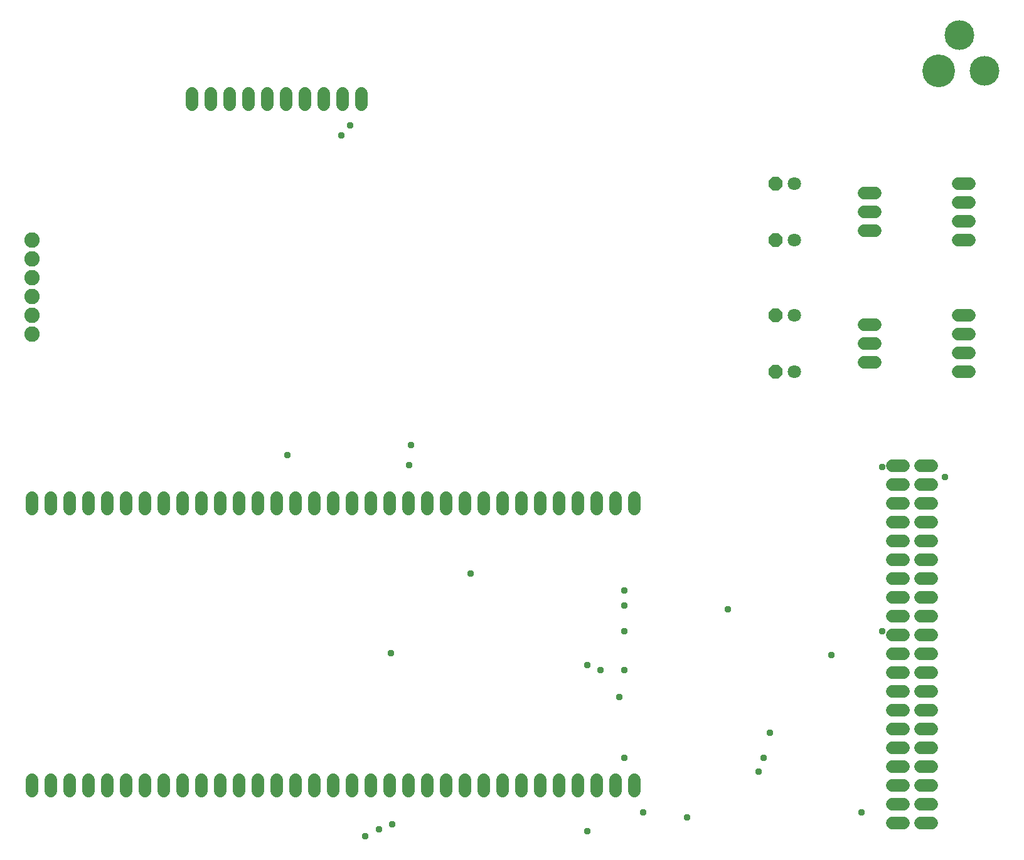
<source format=gbr>
G04 EAGLE Gerber X2 export*
%TF.Part,Single*%
%TF.FileFunction,Soldermask,Bot,1*%
%TF.FilePolarity,Negative*%
%TF.GenerationSoftware,Autodesk,EAGLE,8.6.0*%
%TF.CreationDate,2018-04-17T18:32:18Z*%
G75*
%MOMM*%
%FSLAX34Y34*%
%LPD*%
%AMOC8*
5,1,8,0,0,1.08239X$1,22.5*%
G01*
%ADD10C,2.082800*%
%ADD11C,1.727200*%
%ADD12C,4.419200*%
%ADD13C,4.019200*%
%ADD14P,1.951982X8X202.500000*%
%ADD15C,1.803400*%
%ADD16C,0.959600*%


D10*
X76200Y723900D03*
X76200Y749300D03*
X76200Y774700D03*
X76200Y800100D03*
X76200Y825500D03*
X76200Y850900D03*
D11*
X76200Y121920D02*
X76200Y106680D01*
X101600Y106680D02*
X101600Y121920D01*
X127000Y121920D02*
X127000Y106680D01*
X152400Y106680D02*
X152400Y121920D01*
X177800Y121920D02*
X177800Y106680D01*
X203200Y106680D02*
X203200Y121920D01*
X228600Y121920D02*
X228600Y106680D01*
X254000Y106680D02*
X254000Y121920D01*
X279400Y121920D02*
X279400Y106680D01*
X304800Y106680D02*
X304800Y121920D01*
X330200Y121920D02*
X330200Y106680D01*
X355600Y106680D02*
X355600Y121920D01*
X381000Y121920D02*
X381000Y106680D01*
X406400Y106680D02*
X406400Y121920D01*
X431800Y121920D02*
X431800Y106680D01*
X457200Y106680D02*
X457200Y121920D01*
X482600Y121920D02*
X482600Y106680D01*
X508000Y106680D02*
X508000Y121920D01*
X533400Y121920D02*
X533400Y106680D01*
X558800Y106680D02*
X558800Y121920D01*
X76200Y487680D02*
X76200Y502920D01*
X101600Y502920D02*
X101600Y487680D01*
X127000Y487680D02*
X127000Y502920D01*
X152400Y502920D02*
X152400Y487680D01*
X177800Y487680D02*
X177800Y502920D01*
X203200Y502920D02*
X203200Y487680D01*
X228600Y487680D02*
X228600Y502920D01*
X254000Y502920D02*
X254000Y487680D01*
X279400Y487680D02*
X279400Y502920D01*
X304800Y502920D02*
X304800Y487680D01*
X330200Y487680D02*
X330200Y502920D01*
X355600Y502920D02*
X355600Y487680D01*
X381000Y487680D02*
X381000Y502920D01*
X406400Y502920D02*
X406400Y487680D01*
X431800Y487680D02*
X431800Y502920D01*
X457200Y502920D02*
X457200Y487680D01*
X482600Y487680D02*
X482600Y502920D01*
X508000Y502920D02*
X508000Y487680D01*
X533400Y487680D02*
X533400Y502920D01*
X558800Y502920D02*
X558800Y487680D01*
X584200Y121920D02*
X584200Y106680D01*
X609600Y106680D02*
X609600Y121920D01*
X635000Y121920D02*
X635000Y106680D01*
X660400Y106680D02*
X660400Y121920D01*
X685800Y121920D02*
X685800Y106680D01*
X711200Y106680D02*
X711200Y121920D01*
X736600Y121920D02*
X736600Y106680D01*
X762000Y106680D02*
X762000Y121920D01*
X787400Y121920D02*
X787400Y106680D01*
X812800Y106680D02*
X812800Y121920D01*
X838200Y121920D02*
X838200Y106680D01*
X863600Y106680D02*
X863600Y121920D01*
X889000Y121920D02*
X889000Y106680D01*
X584200Y487680D02*
X584200Y502920D01*
X609600Y502920D02*
X609600Y487680D01*
X635000Y487680D02*
X635000Y502920D01*
X660400Y502920D02*
X660400Y487680D01*
X685800Y487680D02*
X685800Y502920D01*
X711200Y502920D02*
X711200Y487680D01*
X736600Y487680D02*
X736600Y502920D01*
X762000Y502920D02*
X762000Y487680D01*
X787400Y487680D02*
X787400Y502920D01*
X812800Y502920D02*
X812800Y487680D01*
X838200Y487680D02*
X838200Y502920D01*
X863600Y502920D02*
X863600Y487680D01*
X889000Y487680D02*
X889000Y502920D01*
X292100Y1033780D02*
X292100Y1049020D01*
X317500Y1049020D02*
X317500Y1033780D01*
X342900Y1033780D02*
X342900Y1049020D01*
X368300Y1049020D02*
X368300Y1033780D01*
X393700Y1033780D02*
X393700Y1049020D01*
X419100Y1049020D02*
X419100Y1033780D01*
X444500Y1033780D02*
X444500Y1049020D01*
X469900Y1049020D02*
X469900Y1033780D01*
X495300Y1033780D02*
X495300Y1049020D01*
X520700Y1049020D02*
X520700Y1033780D01*
X1236980Y546100D02*
X1252220Y546100D01*
X1252220Y520700D02*
X1236980Y520700D01*
X1236980Y495300D02*
X1252220Y495300D01*
X1252220Y469900D02*
X1236980Y469900D01*
X1236980Y444500D02*
X1252220Y444500D01*
X1252220Y419100D02*
X1236980Y419100D01*
X1236980Y393700D02*
X1252220Y393700D01*
X1252220Y368300D02*
X1236980Y368300D01*
X1236980Y342900D02*
X1252220Y342900D01*
X1252220Y317500D02*
X1236980Y317500D01*
X1236980Y292100D02*
X1252220Y292100D01*
X1252220Y266700D02*
X1236980Y266700D01*
X1236980Y241300D02*
X1252220Y241300D01*
X1252220Y215900D02*
X1236980Y215900D01*
X1236980Y190500D02*
X1252220Y190500D01*
X1252220Y165100D02*
X1236980Y165100D01*
X1236980Y139700D02*
X1252220Y139700D01*
X1252220Y114300D02*
X1236980Y114300D01*
X1236980Y88900D02*
X1252220Y88900D01*
X1252220Y63500D02*
X1236980Y63500D01*
X1275080Y546100D02*
X1290320Y546100D01*
X1290320Y520700D02*
X1275080Y520700D01*
X1275080Y495300D02*
X1290320Y495300D01*
X1290320Y469900D02*
X1275080Y469900D01*
X1275080Y444500D02*
X1290320Y444500D01*
X1290320Y419100D02*
X1275080Y419100D01*
X1275080Y393700D02*
X1290320Y393700D01*
X1290320Y368300D02*
X1275080Y368300D01*
X1275080Y342900D02*
X1290320Y342900D01*
X1290320Y317500D02*
X1275080Y317500D01*
X1275080Y292100D02*
X1290320Y292100D01*
X1290320Y266700D02*
X1275080Y266700D01*
X1275080Y241300D02*
X1290320Y241300D01*
X1290320Y215900D02*
X1275080Y215900D01*
X1275080Y190500D02*
X1290320Y190500D01*
X1290320Y165100D02*
X1275080Y165100D01*
X1275080Y139700D02*
X1290320Y139700D01*
X1290320Y114300D02*
X1275080Y114300D01*
X1275080Y88900D02*
X1290320Y88900D01*
X1290320Y63500D02*
X1275080Y63500D01*
D12*
X1299100Y1079500D03*
D13*
X1361600Y1079500D03*
X1327600Y1127500D03*
D11*
X1325880Y850900D02*
X1341120Y850900D01*
X1341120Y876300D02*
X1325880Y876300D01*
X1325880Y901700D02*
X1341120Y901700D01*
X1341120Y927100D02*
X1325880Y927100D01*
D14*
X1079500Y927100D03*
D15*
X1104900Y927100D03*
D14*
X1079500Y850900D03*
D15*
X1104900Y850900D03*
D14*
X1079500Y749300D03*
D15*
X1104900Y749300D03*
D14*
X1079500Y673100D03*
D15*
X1104900Y673100D03*
D11*
X1325880Y673100D02*
X1341120Y673100D01*
X1341120Y698500D02*
X1325880Y698500D01*
X1325880Y723900D02*
X1341120Y723900D01*
X1341120Y749300D02*
X1325880Y749300D01*
X1214120Y914400D02*
X1198880Y914400D01*
X1198880Y889000D02*
X1214120Y889000D01*
X1214120Y863600D02*
X1198880Y863600D01*
X1198880Y736600D02*
X1214120Y736600D01*
X1214120Y711200D02*
X1198880Y711200D01*
X1198880Y685800D02*
X1214120Y685800D01*
D16*
X493776Y992124D03*
X505206Y1005840D03*
X525780Y45720D03*
X544068Y54864D03*
X562356Y61722D03*
X868680Y233172D03*
X825246Y276606D03*
X843534Y269748D03*
X875538Y269748D03*
X1223010Y322326D03*
X1056132Y132588D03*
X1154430Y290322D03*
X1062990Y150876D03*
X875538Y322326D03*
X875538Y377444D03*
X1014984Y352044D03*
X875538Y356870D03*
X825246Y52578D03*
X1195578Y77724D03*
X900684Y77724D03*
X960120Y70866D03*
X1307592Y530352D03*
X1072134Y185166D03*
X875538Y150876D03*
X587502Y573786D03*
X585216Y546354D03*
X1223010Y544068D03*
X560070Y292608D03*
X667512Y400050D03*
X420624Y560070D03*
M02*

</source>
